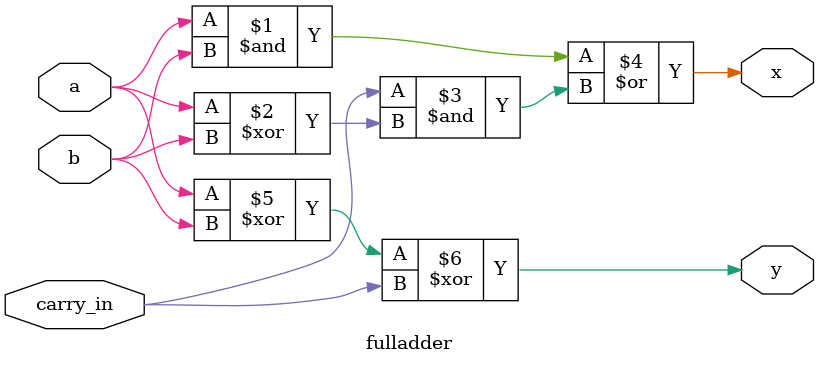
<source format=v>
module fulladder (
    input a,
    input b,
    output x, 
    output y,
    input carry_in
);
    assign x =  (a & b) | (carry_in & (a ^ b)); //( ~(~(~((~(a & a) & ~(b & b))& ~(a & b))& carry_in) & ~(~(a & b) & ~(a & b)))
    assign y = (a ^ b) ^ carry_in;
endmodule

</source>
